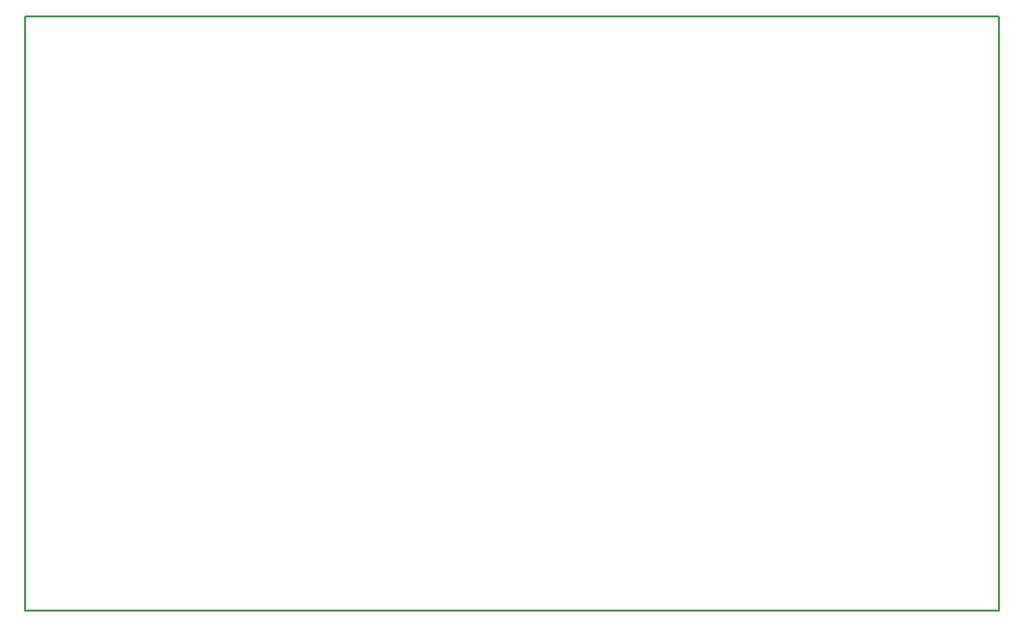
<source format=gm1>
G04 MADE WITH FRITZING*
G04 WWW.FRITZING.ORG*
G04 DOUBLE SIDED*
G04 HOLES PLATED*
G04 CONTOUR ON CENTER OF CONTOUR VECTOR*
%ASAXBY*%
%FSLAX23Y23*%
%MOIN*%
%OFA0B0*%
%SFA1.0B1.0*%
%ADD10R,3.368830X2.062540*%
%ADD11C,0.008000*%
%ADD10C,0.008*%
%LNCONTOUR*%
G90*
G70*
G54D10*
G54D11*
X4Y2059D02*
X3365Y2059D01*
X3365Y4D01*
X4Y4D01*
X4Y2059D01*
D02*
G04 End of contour*
M02*
</source>
